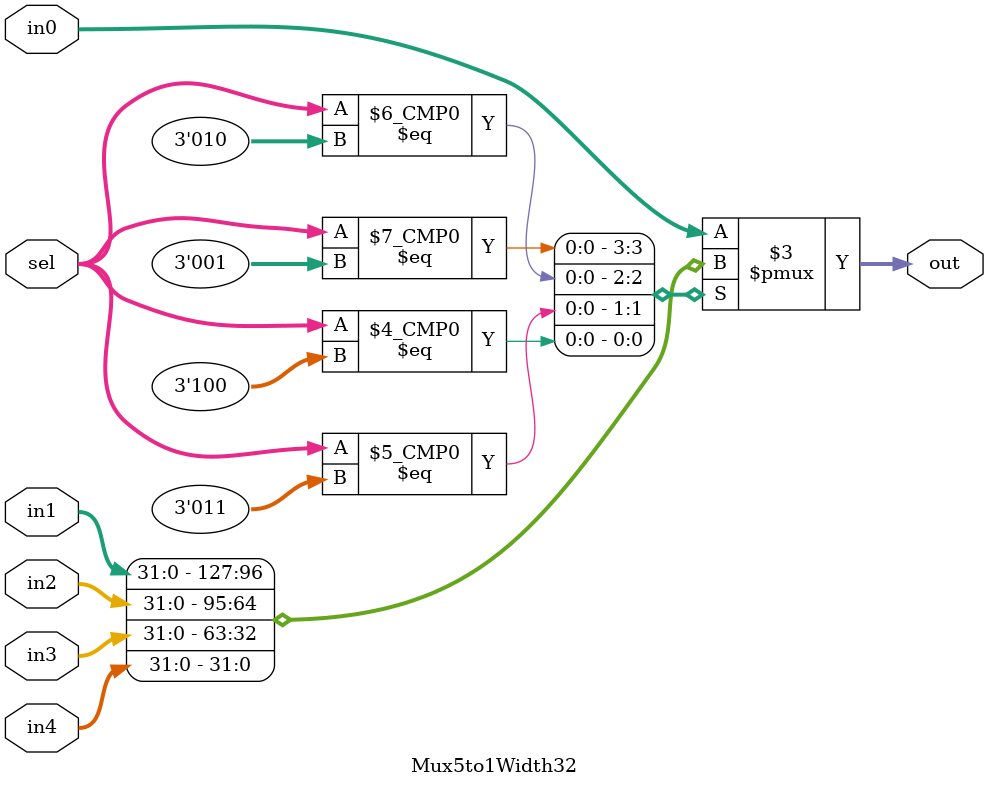
<source format=v>


`timescale 1ns / 1ps

// It is a 5-to-1 multiplexor where the bus width of each of
// the 5 inputs is 32. A 3-bit selector selects one of these
// and outputs the chosen 32-bit binary string.

module Mux5to1Width32 ( out , in0 , in1 , in2 , in3 , in4 , sel ) ;
    input wire [2:0] sel ;
    input wire [31:0] in0 ;
    input wire [31:0] in1 ;
    input wire [31:0] in2 ;
    input wire [31:0] in3 ;
    input wire [31:0] in4 ;
    output reg [31:0] out ;

    always @ ( * ) begin
        case ( sel )    // multiplexor logic (purely combinational)
            3'b000 : out = in0 ;
            3'b001 : out = in1 ;
            3'b010 : out = in2 ;
            3'b011 : out = in3 ;
            3'b100 : out = in4 ;
            default : out = in0 ;   // to avoid latches
        endcase
    end
endmodule
</source>
